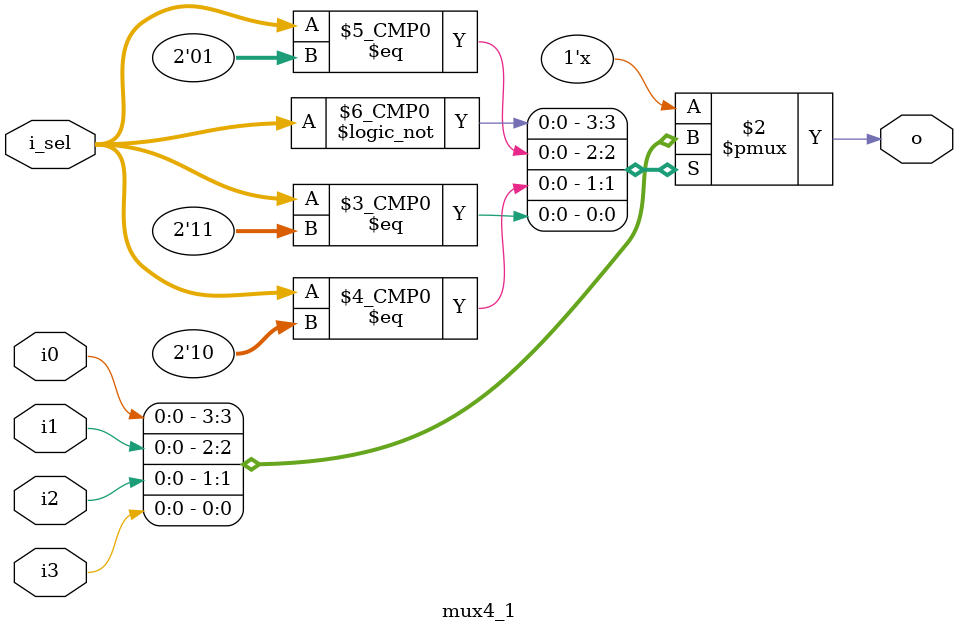
<source format=v>
module mux4_1 (
    input i0,
    input i1,
    input i2,
    input i3,
    input [1:0] i_sel,
    output reg o
);

    always @(i0, i1, i2, i3, i_sel) begin
        case(i_sel)
            2'b00: o = i0;
            2'b01: o = i1;
            2'b10: o = i2;
            2'b11: o = i3;
            default: o = 2'bx;
        endcase
    end

endmodule

</source>
